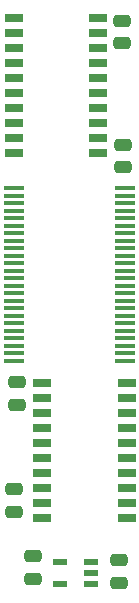
<source format=gtp>
%TF.GenerationSoftware,KiCad,Pcbnew,7.0.5*%
%TF.CreationDate,2024-02-19T14:58:04+02:00*%
%TF.ProjectId,Dual Comparator 8bit,4475616c-2043-46f6-9d70-617261746f72,rev?*%
%TF.SameCoordinates,PX54c81a0PY37b6b20*%
%TF.FileFunction,Paste,Top*%
%TF.FilePolarity,Positive*%
%FSLAX46Y46*%
G04 Gerber Fmt 4.6, Leading zero omitted, Abs format (unit mm)*
G04 Created by KiCad (PCBNEW 7.0.5) date 2024-02-19 14:58:04*
%MOMM*%
%LPD*%
G01*
G04 APERTURE LIST*
G04 Aperture macros list*
%AMRoundRect*
0 Rectangle with rounded corners*
0 $1 Rounding radius*
0 $2 $3 $4 $5 $6 $7 $8 $9 X,Y pos of 4 corners*
0 Add a 4 corners polygon primitive as box body*
4,1,4,$2,$3,$4,$5,$6,$7,$8,$9,$2,$3,0*
0 Add four circle primitives for the rounded corners*
1,1,$1+$1,$2,$3*
1,1,$1+$1,$4,$5*
1,1,$1+$1,$6,$7*
1,1,$1+$1,$8,$9*
0 Add four rect primitives between the rounded corners*
20,1,$1+$1,$2,$3,$4,$5,0*
20,1,$1+$1,$4,$5,$6,$7,0*
20,1,$1+$1,$6,$7,$8,$9,0*
20,1,$1+$1,$8,$9,$2,$3,0*%
G04 Aperture macros list end*
%ADD10R,1.150000X0.600000*%
%ADD11R,1.550000X0.650000*%
%ADD12R,1.800000X0.430000*%
%ADD13RoundRect,0.250000X-0.475000X0.250000X-0.475000X-0.250000X0.475000X-0.250000X0.475000X0.250000X0*%
%ADD14RoundRect,0.250000X0.475000X-0.250000X0.475000X0.250000X-0.475000X0.250000X-0.475000X-0.250000X0*%
G04 APERTURE END LIST*
D10*
%TO.C,IC5*%
X9174000Y-49718000D03*
X9174000Y-48768000D03*
X9174000Y-47818000D03*
X6574000Y-47818000D03*
X6574000Y-49718000D03*
%TD*%
D11*
%TO.C,IC3*%
X2655000Y-1778000D03*
X2655000Y-3048000D03*
X2655000Y-4318000D03*
X2655000Y-5588000D03*
X2655000Y-6858000D03*
X2655000Y-8128000D03*
X2655000Y-9398000D03*
X2655000Y-10668000D03*
X2655000Y-11938000D03*
X2655000Y-13208000D03*
X9779000Y-13208000D03*
X9779000Y-11938000D03*
X9779000Y-10668000D03*
X9779000Y-9398000D03*
X9779000Y-8128000D03*
X9779000Y-6858000D03*
X9779000Y-5588000D03*
X9779000Y-4318000D03*
X9779000Y-3048000D03*
X9779000Y-1778000D03*
%TD*%
D12*
%TO.C,IC2*%
X12066000Y-30797000D03*
X12066000Y-30163000D03*
X12066000Y-29527000D03*
X12066000Y-28893000D03*
X12066000Y-28257000D03*
X12066000Y-27623000D03*
X12066000Y-26987000D03*
X12066000Y-26353000D03*
X12066000Y-25717000D03*
X12066000Y-25083000D03*
X12066000Y-24447000D03*
X12066000Y-23813000D03*
X12066000Y-23177000D03*
X12066000Y-22543000D03*
X12066000Y-21907000D03*
X12066000Y-21273000D03*
X12066000Y-20637000D03*
X12066000Y-20003000D03*
X12066000Y-19367000D03*
X12066000Y-18733000D03*
X12066000Y-18097000D03*
X12066000Y-17463000D03*
X12066000Y-16827000D03*
X12066000Y-16193000D03*
X2666000Y-16193000D03*
X2666000Y-16827000D03*
X2666000Y-17463000D03*
X2666000Y-18097000D03*
X2666000Y-18733000D03*
X2666000Y-19367000D03*
X2666000Y-20003000D03*
X2666000Y-20637000D03*
X2666000Y-21273000D03*
X2666000Y-21907000D03*
X2666000Y-22543000D03*
X2666000Y-23177000D03*
X2666000Y-23813000D03*
X2666000Y-24447000D03*
X2666000Y-25083000D03*
X2666000Y-25717000D03*
X2666000Y-26353000D03*
X2666000Y-26987000D03*
X2666000Y-27623000D03*
X2666000Y-28257000D03*
X2666000Y-28893000D03*
X2666000Y-29527000D03*
X2666000Y-30163000D03*
X2666000Y-30797000D03*
%TD*%
D11*
%TO.C,IC1*%
X5074000Y-32639000D03*
X5074000Y-33909000D03*
X5074000Y-35179000D03*
X5074000Y-36449000D03*
X5074000Y-37719000D03*
X5074000Y-38989000D03*
X5074000Y-40259000D03*
X5074000Y-41529000D03*
X5074000Y-42799000D03*
X5074000Y-44069000D03*
X12198000Y-44069000D03*
X12198000Y-42799000D03*
X12198000Y-41529000D03*
X12198000Y-40259000D03*
X12198000Y-38989000D03*
X12198000Y-37719000D03*
X12198000Y-36449000D03*
X12198000Y-35179000D03*
X12198000Y-33909000D03*
X12198000Y-32639000D03*
%TD*%
D13*
%TO.C,C2*%
X2921000Y-32594000D03*
X2921000Y-34494000D03*
%TD*%
D14*
%TO.C,C1*%
X11938000Y-14396000D03*
X11938000Y-12496000D03*
%TD*%
D13*
%TO.C,C4*%
X11811000Y-1987000D03*
X11811000Y-3887000D03*
%TD*%
D14*
%TO.C,C8*%
X11582400Y-49575000D03*
X11582400Y-47675000D03*
%TD*%
D13*
%TO.C,C3*%
X2667000Y-41661000D03*
X2667000Y-43561000D03*
%TD*%
%TO.C,C9*%
X4318000Y-47326000D03*
X4318000Y-49226000D03*
%TD*%
M02*

</source>
